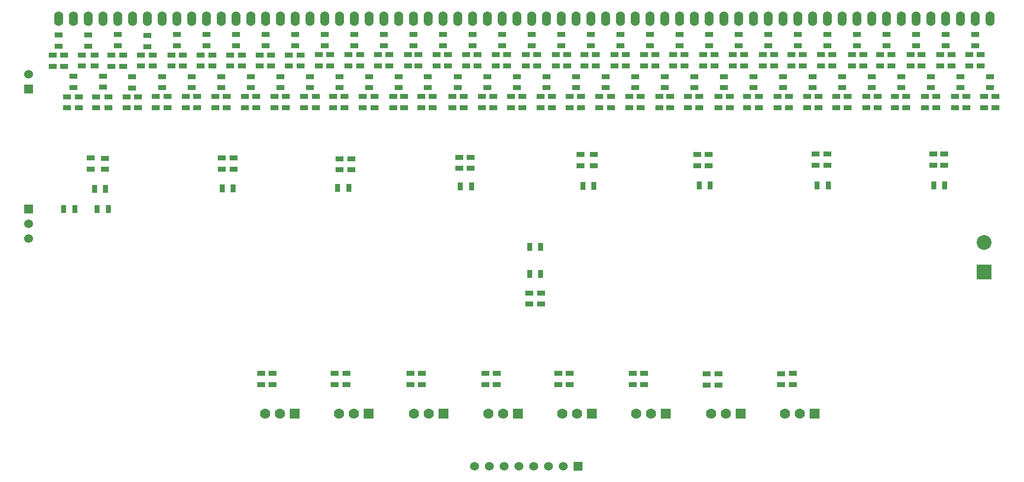
<source format=gts>
G04 (created by PCBNEW (2013-07-07 BZR 4022)-stable) date 07/01/2016 19:49:46*
%MOIN*%
G04 Gerber Fmt 3.4, Leading zero omitted, Abs format*
%FSLAX34Y34*%
G01*
G70*
G90*
G04 APERTURE LIST*
%ADD10C,0.00590551*%
%ADD11R,0.06X0.06*%
%ADD12C,0.06*%
%ADD13O,0.06X0.1*%
%ADD14C,0.07*%
%ADD15R,0.07X0.07*%
%ADD16R,0.055X0.035*%
%ADD17R,0.035X0.055*%
%ADD18R,0.1X0.1*%
%ADD19C,0.1*%
G04 APERTURE END LIST*
G54D10*
G54D11*
X63030Y-38040D03*
G54D12*
X63030Y-37040D03*
G54D13*
X65040Y-33280D03*
X66040Y-33280D03*
X67040Y-33280D03*
X68040Y-33280D03*
X69040Y-33280D03*
X70040Y-33280D03*
X71040Y-33280D03*
X72040Y-33280D03*
X73040Y-33280D03*
X74040Y-33280D03*
X75040Y-33280D03*
X76040Y-33280D03*
X77040Y-33280D03*
X78040Y-33280D03*
X79040Y-33280D03*
X80040Y-33280D03*
X81040Y-33280D03*
X82040Y-33280D03*
X83040Y-33280D03*
X84040Y-33280D03*
X85040Y-33280D03*
X86040Y-33280D03*
X87040Y-33280D03*
X88040Y-33280D03*
X89040Y-33280D03*
X90040Y-33280D03*
X91040Y-33280D03*
X92040Y-33280D03*
X93040Y-33280D03*
X94040Y-33280D03*
X95040Y-33280D03*
X96040Y-33280D03*
X97040Y-33280D03*
X98040Y-33280D03*
X99040Y-33280D03*
X100040Y-33280D03*
X101040Y-33280D03*
X102040Y-33280D03*
X103040Y-33280D03*
X104040Y-33280D03*
X105040Y-33280D03*
X106040Y-33280D03*
X107040Y-33280D03*
X108040Y-33280D03*
X109040Y-33280D03*
X110040Y-33280D03*
X111040Y-33280D03*
X112040Y-33280D03*
X113040Y-33280D03*
X114040Y-33280D03*
X115040Y-33280D03*
X116040Y-33280D03*
X117040Y-33280D03*
X118040Y-33280D03*
X119040Y-33280D03*
X120040Y-33280D03*
X121040Y-33280D03*
X122040Y-33280D03*
X123040Y-33280D03*
X124040Y-33280D03*
X125040Y-33280D03*
X126040Y-33280D03*
X127040Y-33280D03*
X128040Y-33280D03*
G54D11*
X63030Y-46190D03*
G54D12*
X63030Y-47190D03*
X63030Y-48190D03*
G54D11*
X100170Y-63600D03*
G54D12*
X99170Y-63600D03*
X98170Y-63600D03*
X97170Y-63600D03*
X96170Y-63600D03*
X95170Y-63600D03*
X94170Y-63600D03*
X93170Y-63600D03*
G54D14*
X89070Y-60050D03*
X90070Y-60050D03*
G54D15*
X91070Y-60050D03*
G54D14*
X114190Y-60050D03*
X115190Y-60050D03*
G54D15*
X116190Y-60050D03*
G54D14*
X99110Y-60050D03*
X100110Y-60050D03*
G54D15*
X101110Y-60050D03*
G54D14*
X84030Y-60050D03*
X85030Y-60050D03*
G54D15*
X86030Y-60050D03*
G54D14*
X109170Y-60060D03*
X110170Y-60060D03*
G54D15*
X111170Y-60060D03*
G54D14*
X79010Y-60050D03*
X80010Y-60050D03*
G54D15*
X81010Y-60050D03*
G54D14*
X94110Y-60050D03*
X95110Y-60050D03*
G54D15*
X96110Y-60050D03*
G54D14*
X104130Y-60050D03*
X105130Y-60050D03*
G54D15*
X106130Y-60050D03*
G54D16*
X68190Y-42735D03*
X68190Y-43485D03*
X69640Y-39315D03*
X69640Y-38565D03*
X67230Y-43475D03*
X67230Y-42725D03*
X71610Y-39305D03*
X71610Y-38555D03*
X65050Y-35135D03*
X65050Y-34385D03*
X65430Y-36495D03*
X65430Y-35745D03*
X64640Y-36495D03*
X64640Y-35745D03*
X66040Y-37935D03*
X66040Y-37185D03*
X66430Y-39315D03*
X66430Y-38565D03*
X65600Y-39315D03*
X65600Y-38565D03*
X67040Y-35135D03*
X67040Y-34385D03*
X67470Y-36485D03*
X67470Y-35735D03*
X66630Y-36485D03*
X66630Y-35735D03*
X68040Y-37925D03*
X68040Y-37175D03*
X68430Y-39315D03*
X68430Y-38565D03*
X67580Y-39315D03*
X67580Y-38565D03*
X69040Y-35105D03*
X69040Y-34355D03*
X69410Y-36495D03*
X69410Y-35745D03*
X68600Y-36495D03*
X68600Y-35745D03*
X70030Y-37975D03*
X70030Y-37225D03*
X70430Y-39315D03*
X70430Y-38565D03*
X71050Y-35175D03*
X71050Y-34425D03*
X71420Y-36485D03*
X71420Y-35735D03*
X70620Y-36485D03*
X70620Y-35735D03*
X72040Y-37955D03*
X72040Y-37205D03*
X72420Y-39305D03*
X72420Y-38555D03*
G54D17*
X124245Y-44580D03*
X124995Y-44580D03*
G54D16*
X84850Y-42765D03*
X84850Y-43515D03*
G54D17*
X76105Y-44790D03*
X76855Y-44790D03*
G54D16*
X76890Y-42725D03*
X76890Y-43475D03*
G54D17*
X83925Y-44730D03*
X84675Y-44730D03*
G54D16*
X92910Y-42675D03*
X92910Y-43425D03*
G54D17*
X92225Y-44640D03*
X92975Y-44640D03*
X67465Y-44800D03*
X68215Y-44800D03*
G54D16*
X101240Y-42485D03*
X101240Y-43235D03*
G54D17*
X100505Y-44600D03*
X101255Y-44600D03*
G54D16*
X109030Y-42485D03*
X109030Y-43235D03*
G54D17*
X108365Y-44580D03*
X109115Y-44580D03*
G54D16*
X117040Y-42455D03*
X117040Y-43205D03*
G54D17*
X116355Y-44570D03*
X117105Y-44570D03*
G54D16*
X124960Y-42455D03*
X124960Y-43205D03*
X76090Y-43475D03*
X76090Y-42725D03*
X84040Y-43515D03*
X84040Y-42765D03*
X92150Y-43425D03*
X92150Y-42675D03*
X100360Y-43235D03*
X100360Y-42485D03*
X108240Y-43235D03*
X108240Y-42485D03*
X116240Y-43205D03*
X116240Y-42455D03*
X124200Y-43205D03*
X124200Y-42455D03*
X76650Y-36485D03*
X76650Y-35735D03*
X79650Y-39305D03*
X79650Y-38555D03*
X80410Y-39305D03*
X80410Y-38555D03*
X80040Y-37955D03*
X80040Y-37205D03*
X73040Y-35105D03*
X73040Y-34355D03*
X78640Y-36485D03*
X78640Y-35735D03*
X79430Y-36485D03*
X79430Y-35735D03*
X79040Y-35105D03*
X79040Y-34355D03*
X73440Y-36485D03*
X73440Y-35735D03*
X77650Y-39305D03*
X77650Y-38555D03*
X78420Y-39305D03*
X78420Y-38555D03*
X78050Y-37955D03*
X78050Y-37205D03*
X72670Y-36485D03*
X72670Y-35735D03*
X73650Y-39305D03*
X73650Y-38555D03*
X77440Y-36485D03*
X77440Y-35735D03*
X77040Y-35105D03*
X77040Y-34355D03*
X75640Y-39305D03*
X75640Y-38555D03*
X76420Y-39305D03*
X76420Y-38555D03*
X76040Y-37955D03*
X76040Y-37205D03*
X74040Y-37955D03*
X74040Y-37205D03*
X74640Y-36485D03*
X74640Y-35735D03*
X75440Y-36485D03*
X75440Y-35735D03*
X75040Y-35105D03*
X75040Y-34355D03*
X74430Y-39305D03*
X74430Y-38555D03*
X84660Y-36475D03*
X84660Y-35725D03*
X87670Y-39305D03*
X87670Y-38555D03*
X88430Y-39305D03*
X88430Y-38555D03*
X88040Y-37955D03*
X88040Y-37205D03*
X81050Y-35105D03*
X81050Y-34355D03*
X86660Y-36475D03*
X86660Y-35725D03*
X87420Y-36475D03*
X87420Y-35725D03*
X87040Y-35105D03*
X87040Y-34355D03*
X81400Y-36485D03*
X81400Y-35735D03*
X85630Y-39305D03*
X85630Y-38555D03*
X86400Y-39305D03*
X86400Y-38555D03*
X86040Y-37955D03*
X86040Y-37205D03*
X80610Y-36485D03*
X80610Y-35735D03*
X81660Y-39305D03*
X81660Y-38555D03*
X85440Y-36475D03*
X85440Y-35725D03*
X85040Y-35105D03*
X85040Y-34355D03*
X83610Y-39305D03*
X83610Y-38555D03*
X84370Y-39305D03*
X84370Y-38555D03*
X84040Y-37955D03*
X84040Y-37205D03*
X82040Y-37955D03*
X82040Y-37205D03*
X82650Y-36475D03*
X82650Y-35725D03*
X83430Y-36475D03*
X83430Y-35725D03*
X83040Y-35105D03*
X83040Y-34355D03*
X82440Y-39305D03*
X82440Y-38555D03*
X92600Y-36475D03*
X92600Y-35725D03*
X95650Y-39305D03*
X95650Y-38555D03*
X96430Y-39305D03*
X96430Y-38555D03*
X96040Y-37955D03*
X96040Y-37205D03*
X89040Y-35105D03*
X89040Y-34355D03*
X94610Y-36475D03*
X94610Y-35725D03*
X95380Y-36475D03*
X95380Y-35725D03*
X95040Y-35105D03*
X95040Y-34355D03*
X89380Y-36475D03*
X89380Y-35725D03*
X93670Y-39305D03*
X93670Y-38555D03*
X94440Y-39305D03*
X94440Y-38555D03*
X94040Y-37955D03*
X94040Y-37205D03*
X88670Y-36475D03*
X88670Y-35725D03*
X89590Y-39305D03*
X89590Y-38555D03*
X93380Y-36475D03*
X93380Y-35725D03*
X93040Y-35105D03*
X93040Y-34355D03*
X91680Y-39305D03*
X91680Y-38555D03*
X92450Y-39305D03*
X92450Y-38555D03*
X92040Y-37955D03*
X92040Y-37205D03*
X90030Y-37955D03*
X90030Y-37205D03*
X90620Y-36475D03*
X90620Y-35725D03*
X91390Y-36475D03*
X91390Y-35725D03*
X91040Y-35105D03*
X91040Y-34355D03*
X90360Y-39305D03*
X90360Y-38555D03*
X100630Y-36475D03*
X100630Y-35725D03*
X103640Y-39305D03*
X103640Y-38555D03*
X104410Y-39305D03*
X104410Y-38555D03*
X104040Y-37955D03*
X104040Y-37205D03*
X97040Y-35105D03*
X97040Y-34355D03*
X102660Y-36475D03*
X102660Y-35725D03*
X103420Y-36475D03*
X103420Y-35725D03*
X103040Y-35105D03*
X103040Y-34355D03*
X97430Y-36475D03*
X97430Y-35725D03*
X101630Y-39305D03*
X101630Y-38555D03*
X102400Y-39305D03*
X102400Y-38555D03*
X102040Y-37955D03*
X102040Y-37205D03*
X96660Y-36475D03*
X96660Y-35725D03*
X97640Y-39305D03*
X97640Y-38555D03*
X101390Y-36475D03*
X101390Y-35725D03*
X101040Y-35105D03*
X101040Y-34355D03*
X99630Y-39305D03*
X99630Y-38555D03*
X100390Y-39305D03*
X100390Y-38555D03*
X100040Y-37955D03*
X100040Y-37205D03*
X98040Y-37955D03*
X98040Y-37205D03*
X98690Y-36475D03*
X98690Y-35725D03*
X99450Y-36475D03*
X99450Y-35725D03*
X99040Y-35105D03*
X99040Y-34355D03*
X98410Y-39305D03*
X98410Y-38555D03*
X108650Y-36475D03*
X108650Y-35725D03*
X111630Y-39305D03*
X111630Y-38555D03*
X112400Y-39305D03*
X112400Y-38555D03*
X112050Y-37955D03*
X112050Y-37205D03*
X105040Y-35105D03*
X105040Y-34355D03*
X110650Y-36475D03*
X110650Y-35725D03*
X111410Y-36475D03*
X111410Y-35725D03*
X111040Y-35105D03*
X111040Y-34355D03*
X105420Y-36475D03*
X105420Y-35725D03*
X109680Y-39305D03*
X109680Y-38555D03*
X110450Y-39305D03*
X110450Y-38555D03*
X110040Y-37955D03*
X110040Y-37205D03*
X104650Y-36475D03*
X104650Y-35725D03*
X105670Y-39305D03*
X105670Y-38555D03*
X109410Y-36475D03*
X109410Y-35725D03*
X109040Y-35105D03*
X109040Y-34355D03*
X107610Y-39305D03*
X107610Y-38555D03*
X108370Y-39305D03*
X108370Y-38555D03*
X108050Y-37955D03*
X108050Y-37205D03*
X106040Y-37955D03*
X106040Y-37205D03*
X106620Y-36475D03*
X106620Y-35725D03*
X107390Y-36475D03*
X107390Y-35725D03*
X107040Y-35105D03*
X107040Y-34355D03*
X106430Y-39305D03*
X106430Y-38555D03*
X116630Y-36475D03*
X116630Y-35725D03*
X119690Y-39305D03*
X119690Y-38555D03*
X120450Y-39305D03*
X120450Y-38555D03*
X120050Y-37955D03*
X120050Y-37205D03*
X113040Y-35105D03*
X113040Y-34355D03*
X118710Y-36475D03*
X118710Y-35725D03*
X119470Y-36475D03*
X119470Y-35725D03*
X119040Y-35105D03*
X119040Y-34355D03*
X113440Y-36475D03*
X113440Y-35725D03*
X117650Y-39305D03*
X117650Y-38555D03*
X118410Y-39305D03*
X118410Y-38555D03*
X118040Y-37955D03*
X118040Y-37205D03*
X112680Y-36475D03*
X112680Y-35725D03*
X113680Y-39305D03*
X113680Y-38555D03*
X117390Y-36475D03*
X117390Y-35725D03*
X117040Y-35105D03*
X117040Y-34355D03*
X115680Y-39305D03*
X115680Y-38555D03*
X116440Y-39305D03*
X116440Y-38555D03*
X116050Y-37955D03*
X116050Y-37205D03*
X114050Y-37955D03*
X114050Y-37205D03*
X114620Y-36475D03*
X114620Y-35725D03*
X115380Y-36475D03*
X115380Y-35725D03*
X115040Y-35105D03*
X115040Y-34355D03*
X114450Y-39305D03*
X114450Y-38555D03*
X124680Y-36475D03*
X124680Y-35725D03*
X127660Y-39305D03*
X127660Y-38555D03*
X128420Y-39305D03*
X128420Y-38555D03*
X128040Y-37955D03*
X128040Y-37205D03*
X121040Y-35105D03*
X121040Y-34355D03*
X126660Y-36475D03*
X126660Y-35725D03*
X127430Y-36475D03*
X127430Y-35725D03*
X127040Y-35105D03*
X127040Y-34355D03*
X121380Y-36475D03*
X121380Y-35725D03*
X125690Y-39305D03*
X125690Y-38555D03*
X126450Y-39305D03*
X126450Y-38555D03*
X126050Y-37955D03*
X126050Y-37205D03*
X120620Y-36475D03*
X120620Y-35725D03*
X121620Y-39305D03*
X121620Y-38555D03*
X125440Y-36475D03*
X125440Y-35725D03*
X125040Y-35105D03*
X125040Y-34355D03*
X123650Y-39305D03*
X123650Y-38555D03*
X124410Y-39305D03*
X124410Y-38555D03*
X124040Y-37955D03*
X124040Y-37205D03*
X122040Y-37955D03*
X122040Y-37205D03*
X122670Y-36475D03*
X122670Y-35725D03*
X123430Y-36475D03*
X123430Y-35725D03*
X123040Y-35105D03*
X123040Y-34355D03*
X122380Y-39305D03*
X122380Y-38555D03*
G54D17*
X65395Y-46190D03*
X66145Y-46190D03*
G54D16*
X83730Y-57325D03*
X83730Y-58075D03*
X84500Y-57325D03*
X84500Y-58075D03*
X89620Y-57325D03*
X89620Y-58075D03*
X78760Y-57325D03*
X78760Y-58075D03*
X79530Y-57325D03*
X79530Y-58075D03*
X88850Y-57325D03*
X88850Y-58075D03*
G54D17*
X68405Y-46170D03*
X67655Y-46170D03*
G54D16*
X99630Y-57325D03*
X99630Y-58075D03*
X109680Y-57345D03*
X109680Y-58095D03*
X96890Y-52625D03*
X96890Y-51875D03*
G54D17*
X97655Y-50570D03*
X96905Y-50570D03*
G54D16*
X97670Y-51875D03*
X97670Y-52625D03*
G54D17*
X96905Y-48750D03*
X97655Y-48750D03*
G54D16*
X113930Y-57335D03*
X113930Y-58085D03*
X114710Y-57325D03*
X114710Y-58075D03*
X108890Y-57345D03*
X108890Y-58095D03*
X94690Y-57325D03*
X94690Y-58075D03*
X103870Y-57325D03*
X103870Y-58075D03*
X104660Y-57325D03*
X104660Y-58075D03*
X98850Y-57325D03*
X98850Y-58075D03*
X93910Y-57325D03*
X93910Y-58075D03*
G54D18*
X127650Y-50460D03*
G54D19*
X127650Y-48460D03*
M02*

</source>
